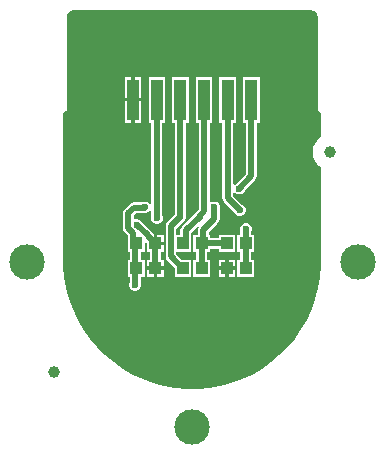
<source format=gtl>
G04*
G04 #@! TF.GenerationSoftware,Altium Limited,Altium Designer,21.8.1 (53)*
G04*
G04 Layer_Physical_Order=1*
G04 Layer_Color=255*
%FSLAX44Y44*%
%MOMM*%
G71*
G04*
G04 #@! TF.SameCoordinates,2069A8A4-A70D-4D47-B8DF-A6023ED568E2*
G04*
G04*
G04 #@! TF.FilePolarity,Positive*
G04*
G01*
G75*
%ADD18R,1.5000X3.5000*%
%ADD19R,1.0000X3.5000*%
%ADD20R,1.0000X1.0000*%
%ADD21C,0.5000*%
%ADD22C,1.0000*%
%ADD23C,3.0000*%
%ADD24C,0.6000*%
G36*
X102856Y212810D02*
X104641Y211617D01*
X105834Y209832D01*
X106015Y208922D01*
X106215Y207726D01*
X106215Y207726D01*
X106215Y206480D01*
Y130227D01*
X106448Y129057D01*
X107111Y128065D01*
X107285Y127853D01*
X107285Y127853D01*
X109264Y126259D01*
X109261Y105870D01*
X107438Y104651D01*
X105349Y102562D01*
X103707Y100105D01*
X102577Y97375D01*
X102000Y94477D01*
Y91523D01*
X102577Y88625D01*
X103707Y85895D01*
X105349Y83438D01*
X107438Y81349D01*
X109258Y80132D01*
X109250Y1750D01*
X109250Y-3020D01*
X108418Y-12525D01*
X106762Y-21921D01*
X104292Y-31137D01*
X101029Y-40103D01*
X96997Y-48750D01*
X92226Y-57012D01*
X86754Y-64828D01*
X80621Y-72137D01*
X73875Y-78883D01*
X66566Y-85016D01*
X58750Y-90488D01*
X50488Y-95259D01*
X41841Y-99291D01*
X32875Y-102554D01*
X23659Y-105024D01*
X14263Y-106680D01*
X4758Y-107512D01*
X-4782D01*
X-14287Y-106680D01*
X-23683Y-105024D01*
X-32899Y-102554D01*
X-41865Y-99291D01*
X-50512Y-95259D01*
X-58774Y-90488D01*
X-66590Y-85016D01*
X-73899Y-78883D01*
X-80645Y-72137D01*
X-86778Y-64828D01*
X-92250Y-57012D01*
X-97021Y-48750D01*
X-101053Y-40103D01*
X-104316Y-31137D01*
X-106786Y-21921D01*
X-108442Y-12525D01*
X-109274Y-3020D01*
X-109274Y1750D01*
Y126251D01*
X-107285Y127853D01*
X-107285Y127853D01*
X-107111Y128065D01*
X-106448Y129057D01*
X-106215Y130227D01*
Y207726D01*
X-106234Y207820D01*
X-105834Y209832D01*
X-104641Y211617D01*
X-102856Y212810D01*
X-100844Y213210D01*
X-100750Y213191D01*
X100750D01*
X100844Y213210D01*
X102856Y212810D01*
D02*
G37*
%LPC*%
G36*
X-43000Y157000D02*
X-48500D01*
Y139000D01*
X-43000D01*
Y157000D01*
D02*
G37*
G36*
X-51500D02*
X-57000D01*
Y139000D01*
X-51500D01*
Y157000D01*
D02*
G37*
G36*
X-43000Y136000D02*
X-48500D01*
Y118000D01*
X-43000D01*
Y136000D01*
D02*
G37*
G36*
X-51500D02*
X-57000D01*
Y118000D01*
X-51500D01*
Y136000D01*
D02*
G37*
G36*
X57000Y157000D02*
X43000D01*
Y118000D01*
X45412D01*
Y74401D01*
X37912Y66901D01*
X36918Y66489D01*
X35858Y65429D01*
X34588Y65920D01*
Y117500D01*
X37000D01*
Y156500D01*
X23000D01*
Y117500D01*
X25412D01*
Y54250D01*
X25761Y52494D01*
X26756Y51006D01*
X35599Y42162D01*
X36011Y41168D01*
X37418Y39761D01*
X39255Y39000D01*
X41245D01*
X43082Y39761D01*
X44489Y41168D01*
X45250Y43005D01*
Y44995D01*
X44489Y46832D01*
X43082Y48239D01*
X42088Y48651D01*
X34588Y56150D01*
Y58580D01*
X35858Y59071D01*
X36918Y58011D01*
X38755Y57250D01*
X40745D01*
X42582Y58011D01*
X43989Y59418D01*
X44401Y60412D01*
X53244Y69256D01*
X54239Y70744D01*
X54588Y72500D01*
Y118000D01*
X57000D01*
Y157000D01*
D02*
G37*
G36*
X-23000D02*
X-37000D01*
Y118000D01*
X-34588D01*
Y49569D01*
X-35411Y49227D01*
X-35858Y49179D01*
X-37168Y50489D01*
X-39005Y51250D01*
X-40995D01*
X-42451Y50647D01*
X-49191D01*
X-50947Y50298D01*
X-52436Y49303D01*
X-57244Y44494D01*
X-58239Y43006D01*
X-58588Y41250D01*
Y28643D01*
X-58239Y26888D01*
X-57244Y25399D01*
X-54338Y22493D01*
Y18250D01*
X-54250Y17807D01*
Y8750D01*
X-52897D01*
Y1750D01*
X-54250D01*
Y-12250D01*
X-52897D01*
Y-16799D01*
X-53500Y-18255D01*
Y-20245D01*
X-52739Y-22082D01*
X-51332Y-23489D01*
X-49495Y-24250D01*
X-47505D01*
X-45668Y-23489D01*
X-44261Y-22082D01*
X-43500Y-20245D01*
Y-18255D01*
X-43720Y-17723D01*
Y-12250D01*
X-40250D01*
Y1750D01*
X-43720D01*
Y8750D01*
X-40250D01*
Y16516D01*
X-39141Y16990D01*
X-38250Y16255D01*
Y8750D01*
X-35838D01*
Y1750D01*
X-38250D01*
Y-3750D01*
X-31250D01*
X-24250D01*
Y1750D01*
X-26662D01*
Y8750D01*
X-24250D01*
Y14250D01*
X-31250D01*
Y15750D01*
X-32750D01*
Y23739D01*
X-33447Y24436D01*
X-33511Y24756D01*
X-34506Y26244D01*
X-43256Y34994D01*
X-44744Y35989D01*
X-46500Y36338D01*
X-48142Y36012D01*
X-48465Y36057D01*
X-49412Y36564D01*
Y39350D01*
X-47291Y41470D01*
X-41527D01*
X-40995Y41250D01*
X-39005D01*
X-37168Y42011D01*
X-35858Y43321D01*
X-35411Y43273D01*
X-34588Y42931D01*
Y38385D01*
X-34750Y37995D01*
Y36005D01*
X-33989Y34168D01*
X-32582Y32761D01*
X-30745Y32000D01*
X-28755D01*
X-26918Y32761D01*
X-25511Y34168D01*
X-24750Y36005D01*
Y37995D01*
X-25412Y39592D01*
Y118000D01*
X-23000D01*
Y157000D01*
D02*
G37*
G36*
X17000D02*
X3000D01*
Y118000D01*
X5720D01*
Y44730D01*
X3950Y42959D01*
X3418Y42739D01*
X2011Y41332D01*
X1599Y40338D01*
X-8744Y29994D01*
X-9739Y28506D01*
X-10088Y26750D01*
Y22750D01*
X-13412D01*
Y28349D01*
X-8162Y33599D01*
X-7168Y34011D01*
X-5761Y35418D01*
X-5000Y37255D01*
Y39245D01*
X-5412Y40239D01*
Y118000D01*
X-3000D01*
Y157000D01*
X-17000D01*
Y118000D01*
X-14588D01*
Y40239D01*
X-14651Y40088D01*
X-21244Y33494D01*
X-22239Y32006D01*
X-22588Y30250D01*
Y4750D01*
X-22239Y2994D01*
X-21244Y1506D01*
X-15000Y-4739D01*
Y-12250D01*
X-1000D01*
Y1750D01*
X-8511D01*
X-13412Y6651D01*
Y8750D01*
X-1000D01*
Y17807D01*
X-912Y18250D01*
Y24850D01*
X4504Y30266D01*
X5491Y29456D01*
X5261Y29112D01*
X4912Y27357D01*
Y22750D01*
X1000D01*
Y8750D01*
X3412D01*
Y1750D01*
X1000D01*
Y-12250D01*
X15000D01*
Y1750D01*
X12588D01*
Y8750D01*
X15000D01*
Y11162D01*
X22250D01*
Y8750D01*
X36250D01*
Y22750D01*
X22250D01*
Y20338D01*
X15000D01*
Y22750D01*
X14088D01*
Y25456D01*
X21803Y33171D01*
X22798Y34659D01*
X23147Y36415D01*
Y43799D01*
X23750Y45255D01*
Y47245D01*
X22989Y49082D01*
X21582Y50489D01*
X19745Y51250D01*
X17755D01*
X16167Y50592D01*
X14897Y51127D01*
Y118000D01*
X17000D01*
Y157000D01*
D02*
G37*
G36*
X-24250Y22750D02*
X-29750D01*
Y17250D01*
X-24250D01*
Y22750D01*
D02*
G37*
G36*
X36250Y1750D02*
X30750D01*
Y-3750D01*
X36250D01*
Y1750D01*
D02*
G37*
G36*
X27750D02*
X22250D01*
Y-3750D01*
X27750D01*
Y1750D01*
D02*
G37*
G36*
X46495Y32750D02*
X44505D01*
X42668Y31989D01*
X41261Y30582D01*
X40500Y28745D01*
Y26755D01*
X40787Y26063D01*
Y22750D01*
X38250D01*
Y8750D01*
X40662D01*
Y1750D01*
X38250D01*
Y-12250D01*
X52250D01*
Y1750D01*
X49838D01*
Y8750D01*
X52250D01*
Y22750D01*
X49963D01*
Y25459D01*
X50500Y26755D01*
Y28745D01*
X49739Y30582D01*
X48332Y31989D01*
X46495Y32750D01*
D02*
G37*
G36*
X36250Y-6750D02*
X30750D01*
Y-12250D01*
X36250D01*
Y-6750D01*
D02*
G37*
G36*
X27750D02*
X22250D01*
Y-12250D01*
X27750D01*
Y-6750D01*
D02*
G37*
G36*
X-24250Y-6750D02*
X-29750D01*
Y-12250D01*
X-24250D01*
Y-6750D01*
D02*
G37*
G36*
X-32750D02*
X-38250D01*
Y-12250D01*
X-32750D01*
Y-6750D01*
D02*
G37*
%LPD*%
D18*
X-73500Y194500D02*
D03*
X73500D02*
D03*
D19*
X50000Y137500D02*
D03*
X30000Y137000D02*
D03*
X10000Y137500D02*
D03*
X-50000D02*
D03*
X-30000D02*
D03*
X-10000D02*
D03*
D20*
X-31250Y15750D02*
D03*
X-47250D02*
D03*
X-31250Y-5250D02*
D03*
X-47250D02*
D03*
X-8000Y15750D02*
D03*
X8000D02*
D03*
X45250Y-5250D02*
D03*
X29250D02*
D03*
X-8000D02*
D03*
X8000D02*
D03*
X45250Y15750D02*
D03*
X29250D02*
D03*
D21*
X8000D02*
X9500Y17250D01*
Y27357D02*
X18559Y36415D01*
X9500Y17250D02*
Y27357D01*
X18559Y46059D02*
X18750Y46250D01*
X18559Y36415D02*
Y46059D01*
X-48309Y14191D02*
X-46750Y15750D01*
X-48309Y-19059D02*
Y14191D01*
X39750Y62250D02*
X50000Y72500D01*
Y137500D01*
X-18000Y30250D02*
X-10000Y38250D01*
X-40191Y46059D02*
X-40000Y46250D01*
X-49191Y46059D02*
X-40191D01*
X-54000Y41250D02*
X-49191Y46059D01*
X-49750Y18250D02*
Y24393D01*
X-54000Y28643D02*
X-49750Y24393D01*
Y18250D02*
X-47250Y15750D01*
X-54000Y28643D02*
Y41250D01*
X-37750Y22250D02*
Y23000D01*
X-46500Y31750D02*
X-37750Y23000D01*
Y22250D02*
X-31250Y15750D01*
X30000Y54250D02*
X40250Y44000D01*
X30000Y54250D02*
Y137000D01*
X-31250Y-5250D02*
Y15750D01*
X-48500Y-19250D02*
X-48309Y-19059D01*
X-18000Y4750D02*
Y30250D01*
Y4750D02*
X-8250Y-5000D01*
X-30000Y37000D02*
Y137500D01*
X45375Y27625D02*
X45500Y27750D01*
X45375Y15875D02*
Y27625D01*
X45250Y15750D02*
X45375Y15875D01*
X-8250Y-5000D02*
X-8000D01*
X-10000Y38250D02*
Y137500D01*
X8000Y15750D02*
X29250D01*
X8000Y-5250D02*
Y15750D01*
X45250Y-5250D02*
Y15750D01*
X-5500Y18250D02*
Y26750D01*
X6250Y38500D02*
Y38771D01*
X-8000Y15750D02*
X-5500Y18250D01*
X6250Y38771D02*
X10309Y42829D01*
Y137191D01*
X-5500Y26750D02*
X6250Y38500D01*
X10000Y137500D02*
X10309Y137191D01*
D22*
X-117000Y-93000D02*
D03*
X117000Y93000D02*
D03*
D23*
X140000Y0D02*
D03*
X0Y-140000D02*
D03*
X-140000Y0D02*
D03*
D24*
X23500Y30750D02*
D03*
X18750Y46250D02*
D03*
X-71000Y55750D02*
D03*
X97250Y75000D02*
D03*
X-27250Y205500D02*
D03*
X55000Y204500D02*
D03*
X40989Y-34789D02*
D03*
X-1000Y-21000D02*
D03*
X-46250Y-37000D02*
D03*
X-5500Y-49250D02*
D03*
X-21250Y-59500D02*
D03*
X35000Y-61250D02*
D03*
X68750Y-26750D02*
D03*
X100000Y-1750D02*
D03*
X84240Y-48076D02*
D03*
X54479Y-80615D02*
D03*
X16781Y-93313D02*
D03*
X-21250Y-93000D02*
D03*
X-55836Y-74662D02*
D03*
X-79250Y-51250D02*
D03*
X-89250Y-13500D02*
D03*
X-95500Y69000D02*
D03*
X-67750Y32500D02*
D03*
X-43250Y59000D02*
D03*
X-65000Y86500D02*
D03*
X-72500Y133750D02*
D03*
X-40250Y105500D02*
D03*
X-20000Y77000D02*
D03*
X1250Y74500D02*
D03*
X20000Y76500D02*
D03*
X40590Y95969D02*
D03*
X55750Y51250D02*
D03*
X90250Y42500D02*
D03*
X75113Y86842D02*
D03*
X93250Y121250D02*
D03*
X70750Y159000D02*
D03*
X93750Y195500D02*
D03*
X10000Y200250D02*
D03*
X14400Y164618D02*
D03*
X36250Y184750D02*
D03*
X-45000Y164500D02*
D03*
X-7028Y181682D02*
D03*
X-64250Y156750D02*
D03*
X-50250Y197500D02*
D03*
X-95500Y195250D02*
D03*
X-90250Y153000D02*
D03*
X-91250Y100250D02*
D03*
X-92000Y36000D02*
D03*
X39750Y62250D02*
D03*
X-10000Y38250D02*
D03*
X-40000Y46250D02*
D03*
X-46500Y31750D02*
D03*
X40250Y44000D02*
D03*
X-48500Y-19250D02*
D03*
X-29750Y37000D02*
D03*
X45500Y27750D02*
D03*
X6250Y38500D02*
D03*
M02*

</source>
